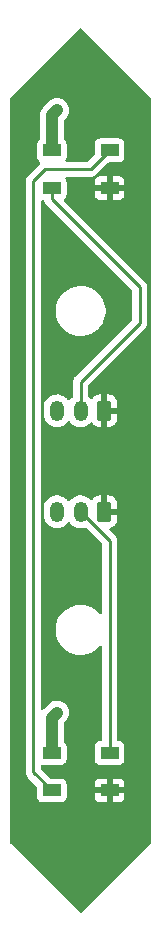
<source format=gtl>
G04 #@! TF.GenerationSoftware,KiCad,Pcbnew,6.0.2+dfsg-1*
G04 #@! TF.CreationDate,2022-11-08T00:58:56-08:00*
G04 #@! TF.ProjectId,separator,73657061-7261-4746-9f72-2e6b69636164,rev?*
G04 #@! TF.SameCoordinates,Original*
G04 #@! TF.FileFunction,Copper,L1,Top*
G04 #@! TF.FilePolarity,Positive*
%FSLAX46Y46*%
G04 Gerber Fmt 4.6, Leading zero omitted, Abs format (unit mm)*
G04 Created by KiCad (PCBNEW 6.0.2+dfsg-1) date 2022-11-08 00:58:56*
%MOMM*%
%LPD*%
G01*
G04 APERTURE LIST*
G04 Aperture macros list*
%AMRoundRect*
0 Rectangle with rounded corners*
0 $1 Rounding radius*
0 $2 $3 $4 $5 $6 $7 $8 $9 X,Y pos of 4 corners*
0 Add a 4 corners polygon primitive as box body*
4,1,4,$2,$3,$4,$5,$6,$7,$8,$9,$2,$3,0*
0 Add four circle primitives for the rounded corners*
1,1,$1+$1,$2,$3*
1,1,$1+$1,$4,$5*
1,1,$1+$1,$6,$7*
1,1,$1+$1,$8,$9*
0 Add four rect primitives between the rounded corners*
20,1,$1+$1,$2,$3,$4,$5,0*
20,1,$1+$1,$4,$5,$6,$7,0*
20,1,$1+$1,$6,$7,$8,$9,0*
20,1,$1+$1,$8,$9,$2,$3,0*%
G04 Aperture macros list end*
G04 #@! TA.AperFunction,ComponentPad*
%ADD10RoundRect,0.250000X0.350000X0.625000X-0.350000X0.625000X-0.350000X-0.625000X0.350000X-0.625000X0*%
G04 #@! TD*
G04 #@! TA.AperFunction,ComponentPad*
%ADD11O,1.200000X1.750000*%
G04 #@! TD*
G04 #@! TA.AperFunction,SMDPad,CuDef*
%ADD12R,1.500000X1.000000*%
G04 #@! TD*
G04 #@! TA.AperFunction,ViaPad*
%ADD13C,0.800000*%
G04 #@! TD*
G04 #@! TA.AperFunction,Conductor*
%ADD14C,0.250000*%
G04 #@! TD*
G04 #@! TA.AperFunction,Conductor*
%ADD15C,1.000000*%
G04 #@! TD*
G04 APERTURE END LIST*
D10*
X145000000Y-85450000D03*
D11*
X143000000Y-85450000D03*
X141000000Y-85450000D03*
D10*
X145000000Y-94000000D03*
D11*
X143000000Y-94000000D03*
X141000000Y-94000000D03*
D12*
X140550000Y-63400000D03*
X140550000Y-66600000D03*
X145450000Y-66600000D03*
X145450000Y-63400000D03*
X145450000Y-114400000D03*
X145450000Y-117600000D03*
X140550000Y-117600000D03*
X140550000Y-114400000D03*
D13*
X141000000Y-111000000D03*
X141000000Y-60000000D03*
D14*
X140550000Y-66600000D02*
X140550000Y-67550000D01*
X140550000Y-67550000D02*
X148000000Y-75000000D01*
X148000000Y-75000000D02*
X148000000Y-78000000D01*
X148000000Y-78000000D02*
X143000000Y-83000000D01*
X143000000Y-83000000D02*
X143000000Y-85450000D01*
X139000000Y-66000000D02*
X140000000Y-65000000D01*
X139000000Y-116050000D02*
X139000000Y-66000000D01*
X140550000Y-117600000D02*
X139000000Y-116050000D01*
X140000000Y-65000000D02*
X143850000Y-65000000D01*
X143850000Y-65000000D02*
X145450000Y-63400000D01*
X145450000Y-114400000D02*
X145450000Y-96450000D01*
X145450000Y-96450000D02*
X143000000Y-94000000D01*
D15*
X140550000Y-111450000D02*
X141000000Y-111000000D01*
X140550000Y-114400000D02*
X140550000Y-111450000D01*
X140550000Y-60450000D02*
X141000000Y-60000000D01*
X140550000Y-63400000D02*
X140550000Y-60450000D01*
G04 #@! TA.AperFunction,Conductor*
G36*
X143044032Y-53060134D02*
G01*
X143089095Y-53089095D01*
X148963095Y-58963095D01*
X148997121Y-59025407D01*
X149000000Y-59052190D01*
X149000000Y-121947810D01*
X148979998Y-122015931D01*
X148963095Y-122036905D01*
X143089095Y-127910905D01*
X143026783Y-127944931D01*
X142955968Y-127939866D01*
X142910905Y-127910905D01*
X137036905Y-122036905D01*
X137002879Y-121974593D01*
X137000000Y-121947810D01*
X137000000Y-65979943D01*
X138361780Y-65979943D01*
X138362526Y-65987835D01*
X138365941Y-66023961D01*
X138366500Y-66035819D01*
X138366500Y-115971233D01*
X138365973Y-115982416D01*
X138364298Y-115989909D01*
X138364547Y-115997835D01*
X138364547Y-115997836D01*
X138366438Y-116057986D01*
X138366500Y-116061945D01*
X138366500Y-116089856D01*
X138366997Y-116093790D01*
X138366997Y-116093791D01*
X138367005Y-116093856D01*
X138367938Y-116105693D01*
X138369327Y-116149889D01*
X138374978Y-116169339D01*
X138378987Y-116188700D01*
X138381526Y-116208797D01*
X138384445Y-116216168D01*
X138384445Y-116216170D01*
X138397804Y-116249912D01*
X138401649Y-116261142D01*
X138413982Y-116303593D01*
X138418015Y-116310412D01*
X138418017Y-116310417D01*
X138424293Y-116321028D01*
X138432988Y-116338776D01*
X138440448Y-116357617D01*
X138445110Y-116364033D01*
X138445110Y-116364034D01*
X138466436Y-116393387D01*
X138472952Y-116403307D01*
X138495458Y-116441362D01*
X138509779Y-116455683D01*
X138522619Y-116470716D01*
X138534528Y-116487107D01*
X138540634Y-116492158D01*
X138568605Y-116515298D01*
X138577384Y-116523288D01*
X139254595Y-117200499D01*
X139288621Y-117262811D01*
X139291500Y-117289594D01*
X139291500Y-118148134D01*
X139298255Y-118210316D01*
X139349385Y-118346705D01*
X139436739Y-118463261D01*
X139553295Y-118550615D01*
X139689684Y-118601745D01*
X139751866Y-118608500D01*
X141348134Y-118608500D01*
X141410316Y-118601745D01*
X141546705Y-118550615D01*
X141663261Y-118463261D01*
X141750615Y-118346705D01*
X141801745Y-118210316D01*
X141808500Y-118148134D01*
X141808500Y-118144669D01*
X144192001Y-118144669D01*
X144192371Y-118151490D01*
X144197895Y-118202352D01*
X144201521Y-118217604D01*
X144246676Y-118338054D01*
X144255214Y-118353649D01*
X144331715Y-118455724D01*
X144344276Y-118468285D01*
X144446351Y-118544786D01*
X144461946Y-118553324D01*
X144582394Y-118598478D01*
X144597649Y-118602105D01*
X144648514Y-118607631D01*
X144655328Y-118608000D01*
X145177885Y-118608000D01*
X145193124Y-118603525D01*
X145194329Y-118602135D01*
X145196000Y-118594452D01*
X145196000Y-118589884D01*
X145704000Y-118589884D01*
X145708475Y-118605123D01*
X145709865Y-118606328D01*
X145717548Y-118607999D01*
X146244669Y-118607999D01*
X146251490Y-118607629D01*
X146302352Y-118602105D01*
X146317604Y-118598479D01*
X146438054Y-118553324D01*
X146453649Y-118544786D01*
X146555724Y-118468285D01*
X146568285Y-118455724D01*
X146644786Y-118353649D01*
X146653324Y-118338054D01*
X146698478Y-118217606D01*
X146702105Y-118202351D01*
X146707631Y-118151486D01*
X146708000Y-118144672D01*
X146708000Y-117872115D01*
X146703525Y-117856876D01*
X146702135Y-117855671D01*
X146694452Y-117854000D01*
X145722115Y-117854000D01*
X145706876Y-117858475D01*
X145705671Y-117859865D01*
X145704000Y-117867548D01*
X145704000Y-118589884D01*
X145196000Y-118589884D01*
X145196000Y-117872115D01*
X145191525Y-117856876D01*
X145190135Y-117855671D01*
X145182452Y-117854000D01*
X144210116Y-117854000D01*
X144194877Y-117858475D01*
X144193672Y-117859865D01*
X144192001Y-117867548D01*
X144192001Y-118144669D01*
X141808500Y-118144669D01*
X141808500Y-117327885D01*
X144192000Y-117327885D01*
X144196475Y-117343124D01*
X144197865Y-117344329D01*
X144205548Y-117346000D01*
X145177885Y-117346000D01*
X145193124Y-117341525D01*
X145194329Y-117340135D01*
X145196000Y-117332452D01*
X145196000Y-117327885D01*
X145704000Y-117327885D01*
X145708475Y-117343124D01*
X145709865Y-117344329D01*
X145717548Y-117346000D01*
X146689884Y-117346000D01*
X146705123Y-117341525D01*
X146706328Y-117340135D01*
X146707999Y-117332452D01*
X146707999Y-117055331D01*
X146707629Y-117048510D01*
X146702105Y-116997648D01*
X146698479Y-116982396D01*
X146653324Y-116861946D01*
X146644786Y-116846351D01*
X146568285Y-116744276D01*
X146555724Y-116731715D01*
X146453649Y-116655214D01*
X146438054Y-116646676D01*
X146317606Y-116601522D01*
X146302351Y-116597895D01*
X146251486Y-116592369D01*
X146244672Y-116592000D01*
X145722115Y-116592000D01*
X145706876Y-116596475D01*
X145705671Y-116597865D01*
X145704000Y-116605548D01*
X145704000Y-117327885D01*
X145196000Y-117327885D01*
X145196000Y-116610116D01*
X145191525Y-116594877D01*
X145190135Y-116593672D01*
X145182452Y-116592001D01*
X144655331Y-116592001D01*
X144648510Y-116592371D01*
X144597648Y-116597895D01*
X144582396Y-116601521D01*
X144461946Y-116646676D01*
X144446351Y-116655214D01*
X144344276Y-116731715D01*
X144331715Y-116744276D01*
X144255214Y-116846351D01*
X144246676Y-116861946D01*
X144201522Y-116982394D01*
X144197895Y-116997649D01*
X144192369Y-117048514D01*
X144192000Y-117055328D01*
X144192000Y-117327885D01*
X141808500Y-117327885D01*
X141808500Y-117051866D01*
X141801745Y-116989684D01*
X141750615Y-116853295D01*
X141663261Y-116736739D01*
X141546705Y-116649385D01*
X141410316Y-116598255D01*
X141348134Y-116591500D01*
X140489595Y-116591500D01*
X140421474Y-116571498D01*
X140400499Y-116554595D01*
X139670404Y-115824499D01*
X139636379Y-115762187D01*
X139633500Y-115735404D01*
X139633500Y-115534500D01*
X139653502Y-115466379D01*
X139707158Y-115419886D01*
X139759500Y-115408500D01*
X140490127Y-115408500D01*
X140503297Y-115409190D01*
X140536796Y-115412711D01*
X140536798Y-115412711D01*
X140542925Y-115413355D01*
X140590570Y-115409019D01*
X140601990Y-115408500D01*
X141348134Y-115408500D01*
X141410316Y-115401745D01*
X141546705Y-115350615D01*
X141663261Y-115263261D01*
X141750615Y-115146705D01*
X141801745Y-115010316D01*
X141808500Y-114948134D01*
X141808500Y-113851866D01*
X141801745Y-113789684D01*
X141750615Y-113653295D01*
X141663261Y-113536739D01*
X141608935Y-113496024D01*
X141566420Y-113439165D01*
X141558500Y-113395198D01*
X141558500Y-111919924D01*
X141578502Y-111851803D01*
X141595405Y-111830829D01*
X141748309Y-111677925D01*
X141842103Y-111563739D01*
X141935562Y-111389437D01*
X141993387Y-111200302D01*
X142013374Y-111003538D01*
X141994761Y-110806638D01*
X141938259Y-110617104D01*
X141846018Y-110442154D01*
X141721553Y-110288453D01*
X141569604Y-110161854D01*
X141395959Y-110067178D01*
X141301595Y-110037606D01*
X141213114Y-110009878D01*
X141213111Y-110009877D01*
X141207232Y-110008035D01*
X141201109Y-110007370D01*
X141201105Y-110007369D01*
X141016736Y-109987341D01*
X141016732Y-109987341D01*
X141010611Y-109986676D01*
X140813587Y-110003913D01*
X140807670Y-110005632D01*
X140807665Y-110005633D01*
X140676936Y-110043614D01*
X140623664Y-110059091D01*
X140448074Y-110150108D01*
X140413963Y-110177338D01*
X140329777Y-110244542D01*
X140329770Y-110244549D01*
X140327027Y-110246738D01*
X139880613Y-110693152D01*
X139870483Y-110702242D01*
X139840975Y-110725968D01*
X139839767Y-110724467D01*
X139784999Y-110753636D01*
X139714240Y-110747834D01*
X139657851Y-110704697D01*
X139633734Y-110637922D01*
X139633500Y-110630243D01*
X139633500Y-94327846D01*
X139891500Y-94327846D01*
X139906548Y-94485566D01*
X139966092Y-94688534D01*
X139968836Y-94693861D01*
X139968836Y-94693862D01*
X140016440Y-94786290D01*
X140062942Y-94876580D01*
X140193604Y-95042920D01*
X140198135Y-95046852D01*
X140198138Y-95046855D01*
X140284058Y-95121412D01*
X140353363Y-95181552D01*
X140358549Y-95184552D01*
X140358553Y-95184555D01*
X140454957Y-95240326D01*
X140536454Y-95287473D01*
X140736271Y-95356861D01*
X140742206Y-95357722D01*
X140742208Y-95357722D01*
X140939664Y-95386352D01*
X140939667Y-95386352D01*
X140945604Y-95387213D01*
X141156899Y-95377433D01*
X141335356Y-95334425D01*
X141356701Y-95329281D01*
X141356703Y-95329280D01*
X141362534Y-95327875D01*
X141367992Y-95325393D01*
X141367996Y-95325392D01*
X141483041Y-95273084D01*
X141555087Y-95240326D01*
X141727611Y-95117946D01*
X141873881Y-94965150D01*
X141877688Y-94959255D01*
X141894746Y-94932837D01*
X141948501Y-94886460D01*
X142018797Y-94876507D01*
X142083314Y-94906139D01*
X142099681Y-94923351D01*
X142193604Y-95042920D01*
X142198135Y-95046852D01*
X142198138Y-95046855D01*
X142284058Y-95121412D01*
X142353363Y-95181552D01*
X142358549Y-95184552D01*
X142358553Y-95184555D01*
X142454957Y-95240326D01*
X142536454Y-95287473D01*
X142736271Y-95356861D01*
X142742206Y-95357722D01*
X142742208Y-95357722D01*
X142939664Y-95386352D01*
X142939667Y-95386352D01*
X142945604Y-95387213D01*
X143156899Y-95377433D01*
X143256983Y-95353313D01*
X143349818Y-95330940D01*
X143420729Y-95334425D01*
X143468434Y-95364338D01*
X144779595Y-96675499D01*
X144813621Y-96737811D01*
X144816500Y-96764594D01*
X144816500Y-102536224D01*
X144796498Y-102604345D01*
X144742842Y-102650838D01*
X144672568Y-102660942D01*
X144607988Y-102631448D01*
X144592166Y-102615005D01*
X144558364Y-102572814D01*
X144555687Y-102569472D01*
X144347149Y-102371577D01*
X144113683Y-102203814D01*
X144091843Y-102192250D01*
X144068654Y-102179972D01*
X143859608Y-102069288D01*
X143589627Y-101970489D01*
X143308736Y-101909245D01*
X143277685Y-101906801D01*
X143085718Y-101891693D01*
X143085709Y-101891693D01*
X143083261Y-101891500D01*
X142927729Y-101891500D01*
X142925593Y-101891646D01*
X142925582Y-101891646D01*
X142717452Y-101905835D01*
X142717446Y-101905836D01*
X142713175Y-101906127D01*
X142708980Y-101906996D01*
X142708978Y-101906996D01*
X142572416Y-101935277D01*
X142431658Y-101964426D01*
X142160657Y-102060393D01*
X141905188Y-102192250D01*
X141901687Y-102194711D01*
X141901683Y-102194713D01*
X141891594Y-102201804D01*
X141669977Y-102357559D01*
X141459378Y-102553260D01*
X141277287Y-102775732D01*
X141127073Y-103020858D01*
X141011517Y-103284102D01*
X140932756Y-103560594D01*
X140892249Y-103845216D01*
X140890743Y-104132703D01*
X140928268Y-104417734D01*
X141004129Y-104695036D01*
X141116923Y-104959476D01*
X141264561Y-105206161D01*
X141444313Y-105430528D01*
X141652851Y-105628423D01*
X141886317Y-105796186D01*
X141890112Y-105798195D01*
X141890113Y-105798196D01*
X141911869Y-105809715D01*
X142140392Y-105930712D01*
X142410373Y-106029511D01*
X142691264Y-106090755D01*
X142719841Y-106093004D01*
X142914282Y-106108307D01*
X142914291Y-106108307D01*
X142916739Y-106108500D01*
X143072271Y-106108500D01*
X143074407Y-106108354D01*
X143074418Y-106108354D01*
X143282548Y-106094165D01*
X143282554Y-106094164D01*
X143286825Y-106093873D01*
X143291020Y-106093004D01*
X143291022Y-106093004D01*
X143427584Y-106064723D01*
X143568342Y-106035574D01*
X143839343Y-105939607D01*
X144094812Y-105807750D01*
X144098313Y-105805289D01*
X144098317Y-105805287D01*
X144212418Y-105725095D01*
X144330023Y-105642441D01*
X144540622Y-105446740D01*
X144592997Y-105382750D01*
X144651620Y-105342706D01*
X144722589Y-105340712D01*
X144783370Y-105377403D01*
X144814665Y-105441130D01*
X144816500Y-105462557D01*
X144816500Y-113265500D01*
X144796498Y-113333621D01*
X144742842Y-113380114D01*
X144690500Y-113391500D01*
X144651866Y-113391500D01*
X144589684Y-113398255D01*
X144453295Y-113449385D01*
X144336739Y-113536739D01*
X144249385Y-113653295D01*
X144198255Y-113789684D01*
X144191500Y-113851866D01*
X144191500Y-114948134D01*
X144198255Y-115010316D01*
X144249385Y-115146705D01*
X144336739Y-115263261D01*
X144453295Y-115350615D01*
X144589684Y-115401745D01*
X144651866Y-115408500D01*
X146248134Y-115408500D01*
X146310316Y-115401745D01*
X146446705Y-115350615D01*
X146563261Y-115263261D01*
X146650615Y-115146705D01*
X146701745Y-115010316D01*
X146708500Y-114948134D01*
X146708500Y-113851866D01*
X146701745Y-113789684D01*
X146650615Y-113653295D01*
X146563261Y-113536739D01*
X146446705Y-113449385D01*
X146310316Y-113398255D01*
X146248134Y-113391500D01*
X146209500Y-113391500D01*
X146141379Y-113371498D01*
X146094886Y-113317842D01*
X146083500Y-113265500D01*
X146083500Y-96528767D01*
X146084027Y-96517584D01*
X146085702Y-96510091D01*
X146083562Y-96442014D01*
X146083500Y-96438055D01*
X146083500Y-96410144D01*
X146082995Y-96406144D01*
X146082062Y-96394301D01*
X146080922Y-96358029D01*
X146080673Y-96350110D01*
X146075022Y-96330658D01*
X146071014Y-96311306D01*
X146069467Y-96299063D01*
X146068474Y-96291203D01*
X146065556Y-96283832D01*
X146052200Y-96250097D01*
X146048355Y-96238870D01*
X146047721Y-96236687D01*
X146036018Y-96196407D01*
X146031984Y-96189585D01*
X146031981Y-96189579D01*
X146025706Y-96178968D01*
X146017010Y-96161218D01*
X146012472Y-96149756D01*
X146012469Y-96149751D01*
X146009552Y-96142383D01*
X145983573Y-96106625D01*
X145977057Y-96096707D01*
X145958575Y-96065457D01*
X145954542Y-96058637D01*
X145940218Y-96044313D01*
X145927376Y-96029278D01*
X145915472Y-96012893D01*
X145881406Y-95984711D01*
X145872627Y-95976722D01*
X145471625Y-95575720D01*
X145437599Y-95513408D01*
X145442664Y-95442593D01*
X145485211Y-95385757D01*
X145520844Y-95367101D01*
X145666784Y-95318412D01*
X145679962Y-95312239D01*
X145817807Y-95226937D01*
X145829208Y-95217901D01*
X145943739Y-95103171D01*
X145952751Y-95091760D01*
X146037816Y-94953757D01*
X146043963Y-94940576D01*
X146095138Y-94786290D01*
X146098005Y-94772914D01*
X146107672Y-94678562D01*
X146108000Y-94672146D01*
X146108000Y-94272115D01*
X146103525Y-94256876D01*
X146102135Y-94255671D01*
X146094452Y-94254000D01*
X144872000Y-94254000D01*
X144803879Y-94233998D01*
X144757386Y-94180342D01*
X144746000Y-94128000D01*
X144746000Y-93727885D01*
X145254000Y-93727885D01*
X145258475Y-93743124D01*
X145259865Y-93744329D01*
X145267548Y-93746000D01*
X146089884Y-93746000D01*
X146105123Y-93741525D01*
X146106328Y-93740135D01*
X146107999Y-93732452D01*
X146107999Y-93327905D01*
X146107662Y-93321386D01*
X146097743Y-93225794D01*
X146094851Y-93212400D01*
X146043412Y-93058216D01*
X146037239Y-93045038D01*
X145951937Y-92907193D01*
X145942901Y-92895792D01*
X145828171Y-92781261D01*
X145816760Y-92772249D01*
X145678757Y-92687184D01*
X145665576Y-92681037D01*
X145511290Y-92629862D01*
X145497914Y-92626995D01*
X145403562Y-92617328D01*
X145397145Y-92617000D01*
X145272115Y-92617000D01*
X145256876Y-92621475D01*
X145255671Y-92622865D01*
X145254000Y-92630548D01*
X145254000Y-93727885D01*
X144746000Y-93727885D01*
X144746000Y-92635116D01*
X144741525Y-92619877D01*
X144740135Y-92618672D01*
X144732452Y-92617001D01*
X144602905Y-92617001D01*
X144596386Y-92617338D01*
X144500794Y-92627257D01*
X144487400Y-92630149D01*
X144333216Y-92681588D01*
X144320038Y-92687761D01*
X144182193Y-92773063D01*
X144170792Y-92782099D01*
X144056261Y-92896829D01*
X144047249Y-92908240D01*
X144019255Y-92953655D01*
X143966483Y-93001148D01*
X143896411Y-93012572D01*
X143831287Y-92984298D01*
X143812912Y-92965375D01*
X143806396Y-92957080D01*
X143801865Y-92953148D01*
X143801862Y-92953145D01*
X143651167Y-92822379D01*
X143646637Y-92818448D01*
X143641451Y-92815448D01*
X143641447Y-92815445D01*
X143468742Y-92715533D01*
X143463546Y-92712527D01*
X143263729Y-92643139D01*
X143257794Y-92642278D01*
X143257792Y-92642278D01*
X143060336Y-92613648D01*
X143060333Y-92613648D01*
X143054396Y-92612787D01*
X142843101Y-92622567D01*
X142711923Y-92654181D01*
X142643299Y-92670719D01*
X142643297Y-92670720D01*
X142637466Y-92672125D01*
X142632008Y-92674607D01*
X142632004Y-92674608D01*
X142516959Y-92726916D01*
X142444913Y-92759674D01*
X142272389Y-92882054D01*
X142126119Y-93034850D01*
X142122868Y-93039885D01*
X142122866Y-93039888D01*
X142105254Y-93067163D01*
X142051499Y-93113540D01*
X141981203Y-93123493D01*
X141916686Y-93093861D01*
X141900317Y-93076647D01*
X141885840Y-93058216D01*
X141806396Y-92957080D01*
X141801865Y-92953148D01*
X141801862Y-92953145D01*
X141651167Y-92822379D01*
X141646637Y-92818448D01*
X141641451Y-92815448D01*
X141641447Y-92815445D01*
X141468742Y-92715533D01*
X141463546Y-92712527D01*
X141263729Y-92643139D01*
X141257794Y-92642278D01*
X141257792Y-92642278D01*
X141060336Y-92613648D01*
X141060333Y-92613648D01*
X141054396Y-92612787D01*
X140843101Y-92622567D01*
X140711923Y-92654181D01*
X140643299Y-92670719D01*
X140643297Y-92670720D01*
X140637466Y-92672125D01*
X140632008Y-92674607D01*
X140632004Y-92674608D01*
X140516959Y-92726916D01*
X140444913Y-92759674D01*
X140272389Y-92882054D01*
X140126119Y-93034850D01*
X140011380Y-93212548D01*
X139932314Y-93408737D01*
X139891772Y-93616337D01*
X139891500Y-93621899D01*
X139891500Y-94327846D01*
X139633500Y-94327846D01*
X139633500Y-77132703D01*
X140890743Y-77132703D01*
X140928268Y-77417734D01*
X141004129Y-77695036D01*
X141005813Y-77698984D01*
X141022283Y-77737596D01*
X141116923Y-77959476D01*
X141126836Y-77976039D01*
X141252148Y-78185420D01*
X141264561Y-78206161D01*
X141444313Y-78430528D01*
X141652851Y-78628423D01*
X141886317Y-78796186D01*
X141890112Y-78798195D01*
X141890113Y-78798196D01*
X141911869Y-78809715D01*
X142140392Y-78930712D01*
X142410373Y-79029511D01*
X142691264Y-79090755D01*
X142719841Y-79093004D01*
X142914282Y-79108307D01*
X142914291Y-79108307D01*
X142916739Y-79108500D01*
X143072271Y-79108500D01*
X143074407Y-79108354D01*
X143074418Y-79108354D01*
X143282548Y-79094165D01*
X143282554Y-79094164D01*
X143286825Y-79093873D01*
X143291020Y-79093004D01*
X143291022Y-79093004D01*
X143427584Y-79064723D01*
X143568342Y-79035574D01*
X143839343Y-78939607D01*
X144094812Y-78807750D01*
X144098313Y-78805289D01*
X144098317Y-78805287D01*
X144212417Y-78725096D01*
X144330023Y-78642441D01*
X144408403Y-78569606D01*
X144537479Y-78449661D01*
X144537481Y-78449658D01*
X144540622Y-78446740D01*
X144722713Y-78224268D01*
X144872927Y-77979142D01*
X144879495Y-77964181D01*
X144986757Y-77719830D01*
X144988483Y-77715898D01*
X145067244Y-77439406D01*
X145107751Y-77154784D01*
X145107845Y-77136951D01*
X145109235Y-76871583D01*
X145109235Y-76871576D01*
X145109257Y-76867297D01*
X145071732Y-76582266D01*
X144995871Y-76304964D01*
X144883077Y-76040524D01*
X144735439Y-75793839D01*
X144555687Y-75569472D01*
X144347149Y-75371577D01*
X144113683Y-75203814D01*
X144091843Y-75192250D01*
X144068654Y-75179972D01*
X143859608Y-75069288D01*
X143643058Y-74990042D01*
X143593658Y-74971964D01*
X143593656Y-74971963D01*
X143589627Y-74970489D01*
X143308736Y-74909245D01*
X143277685Y-74906801D01*
X143085718Y-74891693D01*
X143085709Y-74891693D01*
X143083261Y-74891500D01*
X142927729Y-74891500D01*
X142925593Y-74891646D01*
X142925582Y-74891646D01*
X142717452Y-74905835D01*
X142717446Y-74905836D01*
X142713175Y-74906127D01*
X142708980Y-74906996D01*
X142708978Y-74906996D01*
X142572416Y-74935277D01*
X142431658Y-74964426D01*
X142160657Y-75060393D01*
X141905188Y-75192250D01*
X141901687Y-75194711D01*
X141901683Y-75194713D01*
X141891594Y-75201804D01*
X141669977Y-75357559D01*
X141459378Y-75553260D01*
X141277287Y-75775732D01*
X141127073Y-76020858D01*
X141011517Y-76284102D01*
X140932756Y-76560594D01*
X140892249Y-76845216D01*
X140892227Y-76849505D01*
X140892226Y-76849512D01*
X140890765Y-77128417D01*
X140890743Y-77132703D01*
X139633500Y-77132703D01*
X139633500Y-67734500D01*
X139653502Y-67666379D01*
X139707158Y-67619886D01*
X139759500Y-67608500D01*
X139809064Y-67608500D01*
X139877185Y-67628502D01*
X139923678Y-67682158D01*
X139930653Y-67701886D01*
X139931526Y-67708797D01*
X139934442Y-67716161D01*
X139934443Y-67716166D01*
X139947804Y-67749912D01*
X139951649Y-67761142D01*
X139963982Y-67803593D01*
X139968015Y-67810412D01*
X139968017Y-67810417D01*
X139974293Y-67821028D01*
X139982988Y-67838776D01*
X139990448Y-67857617D01*
X139995110Y-67864033D01*
X139995110Y-67864034D01*
X140016436Y-67893387D01*
X140022952Y-67903307D01*
X140045458Y-67941362D01*
X140059779Y-67955683D01*
X140072619Y-67970716D01*
X140084528Y-67987107D01*
X140090634Y-67992158D01*
X140118605Y-68015298D01*
X140127384Y-68023288D01*
X147329595Y-75225500D01*
X147363621Y-75287812D01*
X147366500Y-75314595D01*
X147366500Y-77685406D01*
X147346498Y-77753527D01*
X147329595Y-77774501D01*
X142607747Y-82496348D01*
X142599461Y-82503888D01*
X142592982Y-82508000D01*
X142587557Y-82513777D01*
X142546357Y-82557651D01*
X142543602Y-82560493D01*
X142523865Y-82580230D01*
X142521385Y-82583427D01*
X142513682Y-82592447D01*
X142483414Y-82624679D01*
X142479595Y-82631625D01*
X142479593Y-82631628D01*
X142473652Y-82642434D01*
X142462801Y-82658953D01*
X142450386Y-82674959D01*
X142447241Y-82682228D01*
X142447238Y-82682232D01*
X142432826Y-82715537D01*
X142427609Y-82726187D01*
X142406305Y-82764940D01*
X142404334Y-82772615D01*
X142404334Y-82772616D01*
X142401267Y-82784562D01*
X142394863Y-82803266D01*
X142386819Y-82821855D01*
X142385580Y-82829678D01*
X142385577Y-82829688D01*
X142379901Y-82865524D01*
X142377495Y-82877144D01*
X142366500Y-82919970D01*
X142366500Y-82940224D01*
X142364949Y-82959934D01*
X142361780Y-82979943D01*
X142362526Y-82987835D01*
X142365941Y-83023961D01*
X142366500Y-83035819D01*
X142366500Y-84200193D01*
X142346498Y-84268314D01*
X142313399Y-84302963D01*
X142277280Y-84328584D01*
X142277276Y-84328587D01*
X142272389Y-84332054D01*
X142126119Y-84484850D01*
X142122868Y-84489885D01*
X142122866Y-84489888D01*
X142105254Y-84517163D01*
X142051499Y-84563540D01*
X141981203Y-84573493D01*
X141916686Y-84543861D01*
X141900317Y-84526647D01*
X141885840Y-84508216D01*
X141806396Y-84407080D01*
X141801865Y-84403148D01*
X141801862Y-84403145D01*
X141651167Y-84272379D01*
X141646637Y-84268448D01*
X141641451Y-84265448D01*
X141641447Y-84265445D01*
X141468742Y-84165533D01*
X141463546Y-84162527D01*
X141263729Y-84093139D01*
X141257794Y-84092278D01*
X141257792Y-84092278D01*
X141060336Y-84063648D01*
X141060333Y-84063648D01*
X141054396Y-84062787D01*
X140843101Y-84072567D01*
X140711923Y-84104181D01*
X140643299Y-84120719D01*
X140643297Y-84120720D01*
X140637466Y-84122125D01*
X140632008Y-84124607D01*
X140632004Y-84124608D01*
X140516959Y-84176916D01*
X140444913Y-84209674D01*
X140272389Y-84332054D01*
X140126119Y-84484850D01*
X140011380Y-84662548D01*
X139932314Y-84858737D01*
X139891772Y-85066337D01*
X139891500Y-85071899D01*
X139891500Y-85777846D01*
X139906548Y-85935566D01*
X139966092Y-86138534D01*
X139968836Y-86143861D01*
X139968836Y-86143862D01*
X140016440Y-86236290D01*
X140062942Y-86326580D01*
X140193604Y-86492920D01*
X140198135Y-86496852D01*
X140198138Y-86496855D01*
X140284058Y-86571412D01*
X140353363Y-86631552D01*
X140358549Y-86634552D01*
X140358553Y-86634555D01*
X140454957Y-86690326D01*
X140536454Y-86737473D01*
X140736271Y-86806861D01*
X140742206Y-86807722D01*
X140742208Y-86807722D01*
X140939664Y-86836352D01*
X140939667Y-86836352D01*
X140945604Y-86837213D01*
X141156899Y-86827433D01*
X141288077Y-86795819D01*
X141356701Y-86779281D01*
X141356703Y-86779280D01*
X141362534Y-86777875D01*
X141367992Y-86775393D01*
X141367996Y-86775392D01*
X141483041Y-86723084D01*
X141555087Y-86690326D01*
X141727611Y-86567946D01*
X141873881Y-86415150D01*
X141877688Y-86409255D01*
X141894746Y-86382837D01*
X141948501Y-86336460D01*
X142018797Y-86326507D01*
X142083314Y-86356139D01*
X142099681Y-86373351D01*
X142193604Y-86492920D01*
X142198135Y-86496852D01*
X142198138Y-86496855D01*
X142284058Y-86571412D01*
X142353363Y-86631552D01*
X142358549Y-86634552D01*
X142358553Y-86634555D01*
X142454957Y-86690326D01*
X142536454Y-86737473D01*
X142736271Y-86806861D01*
X142742206Y-86807722D01*
X142742208Y-86807722D01*
X142939664Y-86836352D01*
X142939667Y-86836352D01*
X142945604Y-86837213D01*
X143156899Y-86827433D01*
X143288077Y-86795819D01*
X143356701Y-86779281D01*
X143356703Y-86779280D01*
X143362534Y-86777875D01*
X143367992Y-86775393D01*
X143367996Y-86775392D01*
X143483041Y-86723084D01*
X143555087Y-86690326D01*
X143727611Y-86567946D01*
X143731749Y-86563623D01*
X143731754Y-86563619D01*
X143819164Y-86472309D01*
X143880720Y-86436933D01*
X143951629Y-86440452D01*
X144009379Y-86481749D01*
X144017326Y-86493137D01*
X144048063Y-86542807D01*
X144057099Y-86554208D01*
X144171829Y-86668739D01*
X144183240Y-86677751D01*
X144321243Y-86762816D01*
X144334424Y-86768963D01*
X144488710Y-86820138D01*
X144502086Y-86823005D01*
X144596438Y-86832672D01*
X144602854Y-86833000D01*
X144727885Y-86833000D01*
X144743124Y-86828525D01*
X144744329Y-86827135D01*
X144746000Y-86819452D01*
X144746000Y-86814884D01*
X145254000Y-86814884D01*
X145258475Y-86830123D01*
X145259865Y-86831328D01*
X145267548Y-86832999D01*
X145397095Y-86832999D01*
X145403614Y-86832662D01*
X145499206Y-86822743D01*
X145512600Y-86819851D01*
X145666784Y-86768412D01*
X145679962Y-86762239D01*
X145817807Y-86676937D01*
X145829208Y-86667901D01*
X145943739Y-86553171D01*
X145952751Y-86541760D01*
X146037816Y-86403757D01*
X146043963Y-86390576D01*
X146095138Y-86236290D01*
X146098005Y-86222914D01*
X146107672Y-86128562D01*
X146108000Y-86122146D01*
X146108000Y-85722115D01*
X146103525Y-85706876D01*
X146102135Y-85705671D01*
X146094452Y-85704000D01*
X145272115Y-85704000D01*
X145256876Y-85708475D01*
X145255671Y-85709865D01*
X145254000Y-85717548D01*
X145254000Y-86814884D01*
X144746000Y-86814884D01*
X144746000Y-85177885D01*
X145254000Y-85177885D01*
X145258475Y-85193124D01*
X145259865Y-85194329D01*
X145267548Y-85196000D01*
X146089884Y-85196000D01*
X146105123Y-85191525D01*
X146106328Y-85190135D01*
X146107999Y-85182452D01*
X146107999Y-84777905D01*
X146107662Y-84771386D01*
X146097743Y-84675794D01*
X146094851Y-84662400D01*
X146043412Y-84508216D01*
X146037239Y-84495038D01*
X145951937Y-84357193D01*
X145942901Y-84345792D01*
X145828171Y-84231261D01*
X145816760Y-84222249D01*
X145678757Y-84137184D01*
X145665576Y-84131037D01*
X145511290Y-84079862D01*
X145497914Y-84076995D01*
X145403562Y-84067328D01*
X145397145Y-84067000D01*
X145272115Y-84067000D01*
X145256876Y-84071475D01*
X145255671Y-84072865D01*
X145254000Y-84080548D01*
X145254000Y-85177885D01*
X144746000Y-85177885D01*
X144746000Y-84085116D01*
X144741525Y-84069877D01*
X144740135Y-84068672D01*
X144732452Y-84067001D01*
X144602905Y-84067001D01*
X144596386Y-84067338D01*
X144500794Y-84077257D01*
X144487400Y-84080149D01*
X144333216Y-84131588D01*
X144320038Y-84137761D01*
X144182193Y-84223063D01*
X144170792Y-84232099D01*
X144056261Y-84346829D01*
X144047249Y-84358240D01*
X144019255Y-84403655D01*
X143966483Y-84451148D01*
X143896411Y-84462572D01*
X143831287Y-84434298D01*
X143812912Y-84415375D01*
X143806396Y-84407080D01*
X143676918Y-84294725D01*
X143638579Y-84234973D01*
X143633500Y-84199561D01*
X143633500Y-83314594D01*
X143653502Y-83246473D01*
X143670405Y-83225499D01*
X148392253Y-78503652D01*
X148400539Y-78496112D01*
X148407018Y-78492000D01*
X148453644Y-78442348D01*
X148456398Y-78439507D01*
X148476135Y-78419770D01*
X148478615Y-78416573D01*
X148486320Y-78407551D01*
X148511159Y-78381100D01*
X148516586Y-78375321D01*
X148520405Y-78368375D01*
X148520407Y-78368372D01*
X148526348Y-78357566D01*
X148537199Y-78341047D01*
X148544758Y-78331301D01*
X148549614Y-78325041D01*
X148552759Y-78317772D01*
X148552762Y-78317768D01*
X148567174Y-78284463D01*
X148572391Y-78273813D01*
X148593695Y-78235060D01*
X148598733Y-78215437D01*
X148605137Y-78196734D01*
X148610033Y-78185420D01*
X148610033Y-78185419D01*
X148613181Y-78178145D01*
X148614420Y-78170322D01*
X148614423Y-78170312D01*
X148620099Y-78134476D01*
X148622505Y-78122856D01*
X148631528Y-78087711D01*
X148631528Y-78087710D01*
X148633500Y-78080030D01*
X148633500Y-78059776D01*
X148635051Y-78040065D01*
X148636980Y-78027886D01*
X148638220Y-78020057D01*
X148634059Y-77976038D01*
X148633500Y-77964181D01*
X148633500Y-75078767D01*
X148634027Y-75067584D01*
X148635702Y-75060091D01*
X148633562Y-74992014D01*
X148633500Y-74988055D01*
X148633500Y-74960144D01*
X148632995Y-74956144D01*
X148632062Y-74944301D01*
X148630922Y-74908030D01*
X148630673Y-74900111D01*
X148625021Y-74880657D01*
X148621013Y-74861300D01*
X148619468Y-74849070D01*
X148619468Y-74849069D01*
X148618474Y-74841203D01*
X148615555Y-74833830D01*
X148602196Y-74800088D01*
X148598351Y-74788858D01*
X148588229Y-74754017D01*
X148588229Y-74754016D01*
X148586018Y-74746407D01*
X148581985Y-74739588D01*
X148581983Y-74739583D01*
X148575707Y-74728972D01*
X148567012Y-74711224D01*
X148559552Y-74692383D01*
X148533564Y-74656613D01*
X148527048Y-74646693D01*
X148508580Y-74615465D01*
X148508578Y-74615462D01*
X148504542Y-74608638D01*
X148490221Y-74594317D01*
X148477380Y-74579283D01*
X148470131Y-74569306D01*
X148465472Y-74562893D01*
X148431395Y-74534702D01*
X148422616Y-74526712D01*
X141592202Y-67696297D01*
X141558176Y-67633985D01*
X141563241Y-67563170D01*
X141605731Y-67506377D01*
X141663261Y-67463261D01*
X141750615Y-67346705D01*
X141801745Y-67210316D01*
X141808500Y-67148134D01*
X141808500Y-67144669D01*
X144192001Y-67144669D01*
X144192371Y-67151490D01*
X144197895Y-67202352D01*
X144201521Y-67217604D01*
X144246676Y-67338054D01*
X144255214Y-67353649D01*
X144331715Y-67455724D01*
X144344276Y-67468285D01*
X144446351Y-67544786D01*
X144461946Y-67553324D01*
X144582394Y-67598478D01*
X144597649Y-67602105D01*
X144648514Y-67607631D01*
X144655328Y-67608000D01*
X145177885Y-67608000D01*
X145193124Y-67603525D01*
X145194329Y-67602135D01*
X145196000Y-67594452D01*
X145196000Y-67589884D01*
X145704000Y-67589884D01*
X145708475Y-67605123D01*
X145709865Y-67606328D01*
X145717548Y-67607999D01*
X146244669Y-67607999D01*
X146251490Y-67607629D01*
X146302352Y-67602105D01*
X146317604Y-67598479D01*
X146438054Y-67553324D01*
X146453649Y-67544786D01*
X146555724Y-67468285D01*
X146568285Y-67455724D01*
X146644786Y-67353649D01*
X146653324Y-67338054D01*
X146698478Y-67217606D01*
X146702105Y-67202351D01*
X146707631Y-67151486D01*
X146708000Y-67144672D01*
X146708000Y-66872115D01*
X146703525Y-66856876D01*
X146702135Y-66855671D01*
X146694452Y-66854000D01*
X145722115Y-66854000D01*
X145706876Y-66858475D01*
X145705671Y-66859865D01*
X145704000Y-66867548D01*
X145704000Y-67589884D01*
X145196000Y-67589884D01*
X145196000Y-66872115D01*
X145191525Y-66856876D01*
X145190135Y-66855671D01*
X145182452Y-66854000D01*
X144210116Y-66854000D01*
X144194877Y-66858475D01*
X144193672Y-66859865D01*
X144192001Y-66867548D01*
X144192001Y-67144669D01*
X141808500Y-67144669D01*
X141808500Y-66327885D01*
X144192000Y-66327885D01*
X144196475Y-66343124D01*
X144197865Y-66344329D01*
X144205548Y-66346000D01*
X145177885Y-66346000D01*
X145193124Y-66341525D01*
X145194329Y-66340135D01*
X145196000Y-66332452D01*
X145196000Y-66327885D01*
X145704000Y-66327885D01*
X145708475Y-66343124D01*
X145709865Y-66344329D01*
X145717548Y-66346000D01*
X146689884Y-66346000D01*
X146705123Y-66341525D01*
X146706328Y-66340135D01*
X146707999Y-66332452D01*
X146707999Y-66055331D01*
X146707629Y-66048510D01*
X146702105Y-65997648D01*
X146698479Y-65982396D01*
X146653324Y-65861946D01*
X146644786Y-65846351D01*
X146568285Y-65744276D01*
X146555724Y-65731715D01*
X146453649Y-65655214D01*
X146438054Y-65646676D01*
X146317606Y-65601522D01*
X146302351Y-65597895D01*
X146251486Y-65592369D01*
X146244672Y-65592000D01*
X145722115Y-65592000D01*
X145706876Y-65596475D01*
X145705671Y-65597865D01*
X145704000Y-65605548D01*
X145704000Y-66327885D01*
X145196000Y-66327885D01*
X145196000Y-65610116D01*
X145191525Y-65594877D01*
X145190135Y-65593672D01*
X145182452Y-65592001D01*
X144655331Y-65592001D01*
X144648510Y-65592371D01*
X144597648Y-65597895D01*
X144582396Y-65601521D01*
X144461940Y-65646678D01*
X144444991Y-65655958D01*
X144375634Y-65671128D01*
X144370551Y-65669239D01*
X144348405Y-65726117D01*
X144337721Y-65738270D01*
X144331715Y-65744276D01*
X144255214Y-65846351D01*
X144246676Y-65861946D01*
X144201522Y-65982394D01*
X144197895Y-65997649D01*
X144192369Y-66048514D01*
X144192000Y-66055328D01*
X144192000Y-66327885D01*
X141808500Y-66327885D01*
X141808500Y-66051866D01*
X141801745Y-65989684D01*
X141750615Y-65853295D01*
X141736953Y-65835066D01*
X141712104Y-65768560D01*
X141727156Y-65699178D01*
X141777330Y-65648947D01*
X141837778Y-65633500D01*
X143771233Y-65633500D01*
X143782416Y-65634027D01*
X143789909Y-65635702D01*
X143797835Y-65635453D01*
X143797836Y-65635453D01*
X143857986Y-65633562D01*
X143861945Y-65633500D01*
X143889856Y-65633500D01*
X143893791Y-65633003D01*
X143893856Y-65632995D01*
X143905693Y-65632062D01*
X143937951Y-65631048D01*
X143941970Y-65630922D01*
X143949889Y-65630673D01*
X143969343Y-65625021D01*
X143988700Y-65621013D01*
X144000930Y-65619468D01*
X144000931Y-65619468D01*
X144008797Y-65618474D01*
X144016168Y-65615555D01*
X144016170Y-65615555D01*
X144049912Y-65602196D01*
X144061142Y-65598351D01*
X144095983Y-65588229D01*
X144095984Y-65588229D01*
X144103593Y-65586018D01*
X144110412Y-65581985D01*
X144110417Y-65581983D01*
X144121028Y-65575707D01*
X144138776Y-65567012D01*
X144157617Y-65559552D01*
X144174566Y-65547238D01*
X144241434Y-65523380D01*
X144262011Y-65528165D01*
X144261330Y-65518795D01*
X144287396Y-65465124D01*
X144315298Y-65431396D01*
X144323288Y-65422616D01*
X145300499Y-64445405D01*
X145362811Y-64411379D01*
X145389594Y-64408500D01*
X146248134Y-64408500D01*
X146310316Y-64401745D01*
X146446705Y-64350615D01*
X146563261Y-64263261D01*
X146650615Y-64146705D01*
X146701745Y-64010316D01*
X146708500Y-63948134D01*
X146708500Y-62851866D01*
X146701745Y-62789684D01*
X146650615Y-62653295D01*
X146563261Y-62536739D01*
X146446705Y-62449385D01*
X146310316Y-62398255D01*
X146248134Y-62391500D01*
X144651866Y-62391500D01*
X144589684Y-62398255D01*
X144453295Y-62449385D01*
X144336739Y-62536739D01*
X144249385Y-62653295D01*
X144198255Y-62789684D01*
X144191500Y-62851866D01*
X144191500Y-63710405D01*
X144171498Y-63778526D01*
X144154595Y-63799500D01*
X143624500Y-64329595D01*
X143562188Y-64363621D01*
X143535405Y-64366500D01*
X141837778Y-64366500D01*
X141769657Y-64346498D01*
X141723164Y-64292842D01*
X141713060Y-64222568D01*
X141736953Y-64164934D01*
X141745229Y-64153892D01*
X141745230Y-64153890D01*
X141750615Y-64146705D01*
X141801745Y-64010316D01*
X141808500Y-63948134D01*
X141808500Y-62851866D01*
X141801745Y-62789684D01*
X141750615Y-62653295D01*
X141663261Y-62536739D01*
X141608935Y-62496024D01*
X141566420Y-62439165D01*
X141558500Y-62395198D01*
X141558500Y-60919924D01*
X141578502Y-60851803D01*
X141595405Y-60830829D01*
X141748309Y-60677925D01*
X141842103Y-60563739D01*
X141935562Y-60389437D01*
X141993387Y-60200302D01*
X142007451Y-60061846D01*
X142012752Y-60009666D01*
X142012752Y-60009661D01*
X142013374Y-60003538D01*
X141994761Y-59806638D01*
X141938259Y-59617104D01*
X141846018Y-59442154D01*
X141721553Y-59288453D01*
X141569604Y-59161854D01*
X141395959Y-59067178D01*
X141262667Y-59025407D01*
X141213114Y-59009878D01*
X141213111Y-59009877D01*
X141207232Y-59008035D01*
X141201109Y-59007370D01*
X141201105Y-59007369D01*
X141016736Y-58987341D01*
X141016732Y-58987341D01*
X141010611Y-58986676D01*
X140813587Y-59003913D01*
X140807670Y-59005632D01*
X140807665Y-59005633D01*
X140676936Y-59043614D01*
X140623664Y-59059091D01*
X140448074Y-59150108D01*
X140413963Y-59177338D01*
X140329777Y-59244542D01*
X140329770Y-59244549D01*
X140327027Y-59246738D01*
X139880613Y-59693152D01*
X139870483Y-59702242D01*
X139840975Y-59725968D01*
X139837011Y-59730692D01*
X139808709Y-59764421D01*
X139805528Y-59768069D01*
X139803885Y-59769881D01*
X139801691Y-59772075D01*
X139774358Y-59805349D01*
X139773696Y-59806147D01*
X139713846Y-59877474D01*
X139711278Y-59882144D01*
X139707897Y-59886261D01*
X139676860Y-59944145D01*
X139664023Y-59968086D01*
X139663394Y-59969245D01*
X139621538Y-60045381D01*
X139621535Y-60045389D01*
X139618567Y-60050787D01*
X139616955Y-60055869D01*
X139614438Y-60060563D01*
X139587238Y-60149531D01*
X139586918Y-60150559D01*
X139558765Y-60239306D01*
X139558171Y-60244602D01*
X139556613Y-60249698D01*
X139555990Y-60255834D01*
X139547218Y-60342187D01*
X139547089Y-60343393D01*
X139541500Y-60393227D01*
X139541500Y-60396754D01*
X139541445Y-60397739D01*
X139540998Y-60403419D01*
X139536626Y-60446462D01*
X139537206Y-60452593D01*
X139540941Y-60492109D01*
X139541500Y-60503967D01*
X139541500Y-62395198D01*
X139521498Y-62463319D01*
X139491065Y-62496024D01*
X139436739Y-62536739D01*
X139349385Y-62653295D01*
X139298255Y-62789684D01*
X139291500Y-62851866D01*
X139291500Y-63948134D01*
X139298255Y-64010316D01*
X139349385Y-64146705D01*
X139436739Y-64263261D01*
X139443919Y-64268642D01*
X139548306Y-64346876D01*
X139590821Y-64403735D01*
X139595847Y-64474554D01*
X139562177Y-64533935D01*
X139562893Y-64534527D01*
X139559549Y-64538569D01*
X139559547Y-64538573D01*
X139557844Y-64540631D01*
X139557841Y-64540634D01*
X139534707Y-64568598D01*
X139526717Y-64577379D01*
X138607742Y-65496353D01*
X138599463Y-65503887D01*
X138592982Y-65508000D01*
X138548950Y-65554890D01*
X138546357Y-65557651D01*
X138543602Y-65560493D01*
X138523865Y-65580230D01*
X138521385Y-65583427D01*
X138513682Y-65592447D01*
X138483414Y-65624679D01*
X138479595Y-65631625D01*
X138479593Y-65631628D01*
X138473652Y-65642434D01*
X138462801Y-65658953D01*
X138450386Y-65674959D01*
X138447241Y-65682228D01*
X138447238Y-65682232D01*
X138432826Y-65715537D01*
X138427609Y-65726187D01*
X138406305Y-65764940D01*
X138404334Y-65772615D01*
X138404334Y-65772616D01*
X138401267Y-65784562D01*
X138394863Y-65803266D01*
X138386819Y-65821855D01*
X138385580Y-65829678D01*
X138385577Y-65829688D01*
X138379901Y-65865524D01*
X138377495Y-65877144D01*
X138366500Y-65919970D01*
X138366500Y-65940224D01*
X138364949Y-65959934D01*
X138361780Y-65979943D01*
X137000000Y-65979943D01*
X137000000Y-59052190D01*
X137020002Y-58984069D01*
X137036905Y-58963095D01*
X142910905Y-53089095D01*
X142973217Y-53055069D01*
X143044032Y-53060134D01*
G37*
G04 #@! TD.AperFunction*
M02*

</source>
